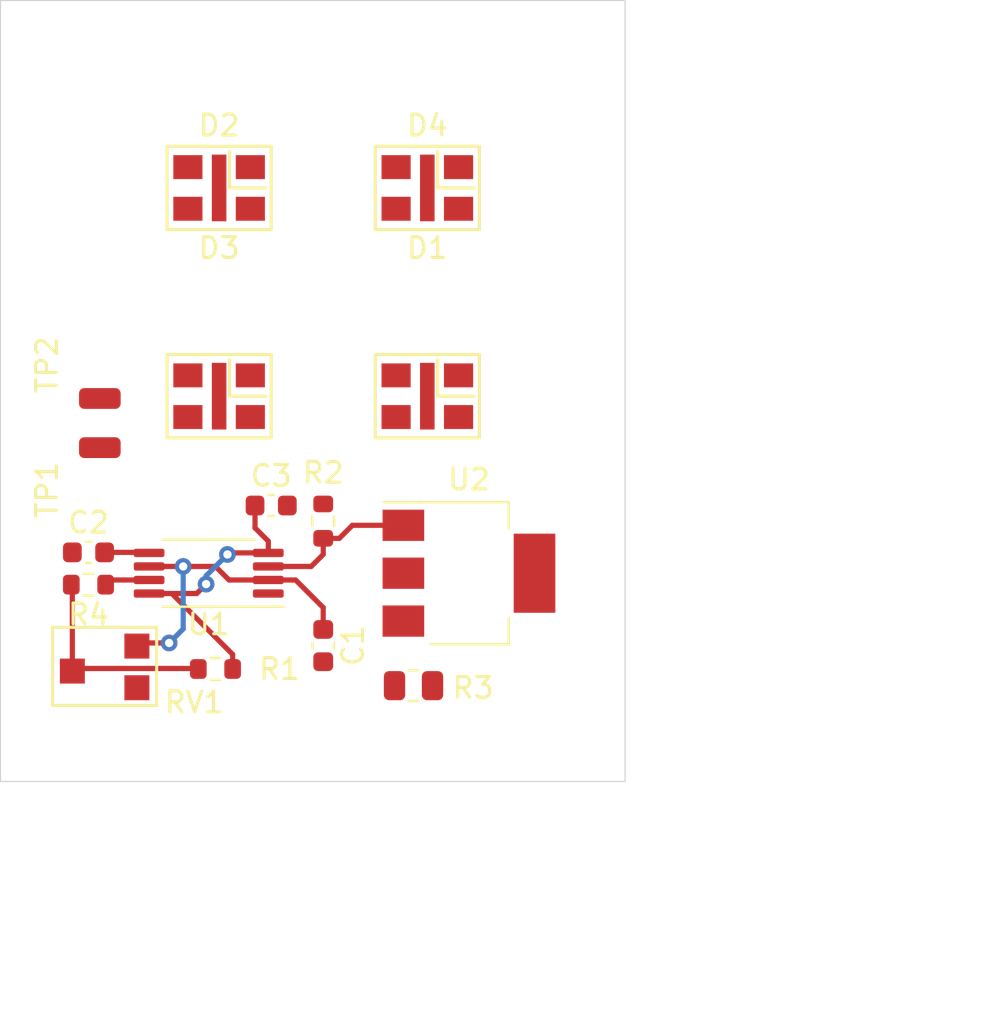
<source format=kicad_pcb>
(kicad_pcb (version 20171130) (host pcbnew 5.1.8+dfsg1-1~bpo10+1)

  (general
    (thickness 1.6)
    (drawings 6)
    (tracks 45)
    (zones 0)
    (modules 16)
    (nets 19)
  )

  (page A4)
  (layers
    (0 F.Cu signal)
    (31 B.Cu signal)
    (32 B.Adhes user)
    (33 F.Adhes user)
    (34 B.Paste user)
    (35 F.Paste user)
    (36 B.SilkS user)
    (37 F.SilkS user)
    (38 B.Mask user)
    (39 F.Mask user)
    (40 Dwgs.User user)
    (41 Cmts.User user)
    (42 Eco1.User user)
    (43 Eco2.User user)
    (44 Edge.Cuts user)
    (45 Margin user)
    (46 B.CrtYd user)
    (47 F.CrtYd user)
    (48 B.Fab user)
    (49 F.Fab user hide)
  )

  (setup
    (last_trace_width 0.25)
    (trace_clearance 0.2)
    (zone_clearance 0.508)
    (zone_45_only no)
    (trace_min 0.2)
    (via_size 0.8)
    (via_drill 0.4)
    (via_min_size 0.4)
    (via_min_drill 0.3)
    (uvia_size 0.3)
    (uvia_drill 0.1)
    (uvias_allowed no)
    (uvia_min_size 0.2)
    (uvia_min_drill 0.1)
    (edge_width 0.05)
    (segment_width 0.2)
    (pcb_text_width 0.3)
    (pcb_text_size 1.5 1.5)
    (mod_edge_width 0.12)
    (mod_text_size 1 1)
    (mod_text_width 0.15)
    (pad_size 1.524 1.524)
    (pad_drill 0.762)
    (pad_to_mask_clearance 0)
    (aux_axis_origin 0 0)
    (visible_elements FFFFFF7F)
    (pcbplotparams
      (layerselection 0x010fc_ffffffff)
      (usegerberextensions false)
      (usegerberattributes true)
      (usegerberadvancedattributes true)
      (creategerberjobfile true)
      (excludeedgelayer true)
      (linewidth 0.100000)
      (plotframeref false)
      (viasonmask false)
      (mode 1)
      (useauxorigin false)
      (hpglpennumber 1)
      (hpglpenspeed 20)
      (hpglpendiameter 15.000000)
      (psnegative false)
      (psa4output false)
      (plotreference true)
      (plotvalue true)
      (plotinvisibletext false)
      (padsonsilk false)
      (subtractmaskfromsilk false)
      (outputformat 1)
      (mirror false)
      (drillshape 1)
      (scaleselection 1)
      (outputdirectory ""))
  )

  (net 0 "")
  (net 1 GND)
  (net 2 "Net-(C1-Pad1)")
  (net 3 "Net-(C2-Pad2)")
  (net 4 VCC)
  (net 5 IOUT)
  (net 6 "Net-(D1-Pad4)")
  (net 7 "Net-(D1-Pad3)")
  (net 8 "Net-(D2-Pad4)")
  (net 9 "Net-(D2-Pad3)")
  (net 10 "Net-(D3-Pad4)")
  (net 11 "Net-(D3-Pad3)")
  (net 12 "Net-(D4-Pad4)")
  (net 13 "Net-(D4-Pad3)")
  (net 14 "Net-(R1-Pad2)")
  (net 15 OUT)
  (net 16 "Net-(R3-Pad2)")
  (net 17 "Net-(RV1-Pad1)")
  (net 18 "Net-(R4-Pad1)")

  (net_class Default "This is the default net class."
    (clearance 0.2)
    (trace_width 0.25)
    (via_dia 0.8)
    (via_drill 0.4)
    (uvia_dia 0.3)
    (uvia_drill 0.1)
    (add_net GND)
    (add_net IOUT)
    (add_net "Net-(C1-Pad1)")
    (add_net "Net-(C2-Pad2)")
    (add_net "Net-(D1-Pad3)")
    (add_net "Net-(D1-Pad4)")
    (add_net "Net-(D2-Pad3)")
    (add_net "Net-(D2-Pad4)")
    (add_net "Net-(D3-Pad3)")
    (add_net "Net-(D3-Pad4)")
    (add_net "Net-(D4-Pad3)")
    (add_net "Net-(D4-Pad4)")
    (add_net "Net-(R1-Pad2)")
    (add_net "Net-(R3-Pad2)")
    (add_net "Net-(R4-Pad1)")
    (add_net "Net-(RV1-Pad1)")
    (add_net OUT)
    (add_net VCC)
  )

  (module Connector_Wire:SolderWirePad_1x01_SMD_1x2mm (layer F.Cu) (tedit 5DD6EB27) (tstamp 5FCE9F0D)
    (at 132.270001 61.609999 90)
    (descr "Wire Pad, Square, SMD Pad,  5mm x 10mm,")
    (tags "MesurementPoint Square SMDPad 5mmx10mm ")
    (path /5FD751E9)
    (attr virtual)
    (fp_text reference TP2 (at 1.609999 -2.54 90) (layer F.SilkS)
      (effects (font (size 1 1) (thickness 0.15)))
    )
    (fp_text value TestPoint (at 0 2.54 90) (layer F.Fab)
      (effects (font (size 1 1) (thickness 0.15)))
    )
    (fp_line (start -0.63 1.27) (end -0.63 -1.27) (layer F.Fab) (width 0.1))
    (fp_line (start 0.63 1.27) (end -0.63 1.27) (layer F.Fab) (width 0.1))
    (fp_line (start 0.63 -1.27) (end 0.63 1.27) (layer F.Fab) (width 0.1))
    (fp_line (start -0.63 -1.27) (end 0.63 -1.27) (layer F.Fab) (width 0.1))
    (fp_line (start -0.63 -1.27) (end -0.63 1.27) (layer F.CrtYd) (width 0.05))
    (fp_line (start -0.63 1.27) (end 0.63 1.27) (layer F.CrtYd) (width 0.05))
    (fp_line (start 0.63 1.27) (end 0.63 -1.27) (layer F.CrtYd) (width 0.05))
    (fp_line (start 0.63 -1.27) (end -0.63 -1.27) (layer F.CrtYd) (width 0.05))
    (fp_text user %R (at 0 0 90) (layer F.Fab)
      (effects (font (size 1 1) (thickness 0.15)))
    )
    (pad 1 smd roundrect (at 0 0 90) (size 1 2) (layers F.Cu F.Paste F.Mask) (roundrect_rratio 0.25)
      (net 1 GND))
  )

  (module Connector_Wire:SolderWirePad_1x01_SMD_1x2mm (layer F.Cu) (tedit 5DD6EB27) (tstamp 5FCE9863)
    (at 132.270001 63.969999 90)
    (descr "Wire Pad, Square, SMD Pad,  5mm x 10mm,")
    (tags "MesurementPoint Square SMDPad 5mmx10mm ")
    (path /5FD761DC)
    (attr virtual)
    (fp_text reference TP1 (at -2.030001 -2.54 90) (layer F.SilkS)
      (effects (font (size 1 1) (thickness 0.15)))
    )
    (fp_text value TestPoint (at 0 2.54 90) (layer F.Fab)
      (effects (font (size 1 1) (thickness 0.15)))
    )
    (fp_line (start -0.63 1.27) (end -0.63 -1.27) (layer F.Fab) (width 0.1))
    (fp_line (start 0.63 1.27) (end -0.63 1.27) (layer F.Fab) (width 0.1))
    (fp_line (start 0.63 -1.27) (end 0.63 1.27) (layer F.Fab) (width 0.1))
    (fp_line (start -0.63 -1.27) (end 0.63 -1.27) (layer F.Fab) (width 0.1))
    (fp_line (start -0.63 -1.27) (end -0.63 1.27) (layer F.CrtYd) (width 0.05))
    (fp_line (start -0.63 1.27) (end 0.63 1.27) (layer F.CrtYd) (width 0.05))
    (fp_line (start 0.63 1.27) (end 0.63 -1.27) (layer F.CrtYd) (width 0.05))
    (fp_line (start 0.63 -1.27) (end -0.63 -1.27) (layer F.CrtYd) (width 0.05))
    (fp_text user %R (at 0 0 90) (layer F.Fab)
      (effects (font (size 1 1) (thickness 0.15)))
    )
    (pad 1 smd roundrect (at 0 0 90) (size 1 2) (layers F.Cu F.Paste F.Mask) (roundrect_rratio 0.25)
      (net 4 VCC))
  )

  (module Resistor_SMD:R_0603_1608Metric (layer F.Cu) (tedit 5F68FEEE) (tstamp 5FCE85CB)
    (at 131.725 70.55 180)
    (descr "Resistor SMD 0603 (1608 Metric), square (rectangular) end terminal, IPC_7351 nominal, (Body size source: IPC-SM-782 page 72, https://www.pcb-3d.com/wordpress/wp-content/uploads/ipc-sm-782a_amendment_1_and_2.pdf), generated with kicad-footprint-generator")
    (tags resistor)
    (path /5FD6AC19)
    (attr smd)
    (fp_text reference R4 (at 0 -1.43) (layer F.SilkS)
      (effects (font (size 1 1) (thickness 0.15)))
    )
    (fp_text value R_Small (at 0 1.43) (layer F.Fab)
      (effects (font (size 1 1) (thickness 0.15)))
    )
    (fp_line (start 1.48 0.73) (end -1.48 0.73) (layer F.CrtYd) (width 0.05))
    (fp_line (start 1.48 -0.73) (end 1.48 0.73) (layer F.CrtYd) (width 0.05))
    (fp_line (start -1.48 -0.73) (end 1.48 -0.73) (layer F.CrtYd) (width 0.05))
    (fp_line (start -1.48 0.73) (end -1.48 -0.73) (layer F.CrtYd) (width 0.05))
    (fp_line (start -0.237258 0.5225) (end 0.237258 0.5225) (layer F.SilkS) (width 0.12))
    (fp_line (start -0.237258 -0.5225) (end 0.237258 -0.5225) (layer F.SilkS) (width 0.12))
    (fp_line (start 0.8 0.4125) (end -0.8 0.4125) (layer F.Fab) (width 0.1))
    (fp_line (start 0.8 -0.4125) (end 0.8 0.4125) (layer F.Fab) (width 0.1))
    (fp_line (start -0.8 -0.4125) (end 0.8 -0.4125) (layer F.Fab) (width 0.1))
    (fp_line (start -0.8 0.4125) (end -0.8 -0.4125) (layer F.Fab) (width 0.1))
    (fp_text user %R (at 0 0) (layer F.Fab)
      (effects (font (size 0.4 0.4) (thickness 0.06)))
    )
    (pad 2 smd roundrect (at 0.825 0 180) (size 0.8 0.95) (layers F.Cu F.Paste F.Mask) (roundrect_rratio 0.25)
      (net 14 "Net-(R1-Pad2)"))
    (pad 1 smd roundrect (at -0.825 0 180) (size 0.8 0.95) (layers F.Cu F.Paste F.Mask) (roundrect_rratio 0.25)
      (net 18 "Net-(R4-Pad1)"))
    (model ${KISYS3DMOD}/Resistor_SMD.3dshapes/R_0603_1608Metric.wrl
      (at (xyz 0 0 0))
      (scale (xyz 1 1 1))
      (rotate (xyz 0 0 0))
    )
  )

  (module brakeleds:potentiometer (layer F.Cu) (tedit 5FCDEC0A) (tstamp 5FCE7743)
    (at 132.75 74.6 180)
    (path /5FCE418E)
    (fp_text reference RV1 (at -4.05 -1.6) (layer F.SilkS)
      (effects (font (size 1 1) (thickness 0.15)))
    )
    (fp_text value R_POT (at 0 -8.5) (layer F.Fab)
      (effects (font (size 1 1) (thickness 0.15)))
    )
    (fp_line (start 2.75 -1.75) (end -2.25 -1.75) (layer F.SilkS) (width 0.15))
    (fp_line (start 2.75 2) (end 2.75 -1.75) (layer F.SilkS) (width 0.15))
    (fp_line (start -2.25 2) (end 2.75 2) (layer F.SilkS) (width 0.15))
    (fp_line (start -2.25 -1.75) (end -2.25 2) (layer F.SilkS) (width 0.15))
    (pad 3 smd rect (at -1.3 1.1 270) (size 1.2 1.2) (layers F.Cu F.Paste F.Mask)
      (net 2 "Net-(C1-Pad1)"))
    (pad 2 smd rect (at 1.8 -0.1 270) (size 1.2 1.2) (layers F.Cu F.Paste F.Mask)
      (net 14 "Net-(R1-Pad2)"))
    (pad 1 smd rect (at -1.3 -0.9 270) (size 1.2 1.2) (layers F.Cu F.Paste F.Mask)
      (net 17 "Net-(RV1-Pad1)"))
  )

  (module Package_TO_SOT_SMD:SOT-223 (layer F.Cu) (tedit 5A02FF57) (tstamp 5FCE6F56)
    (at 150 70)
    (descr "module CMS SOT223 4 pins")
    (tags "CMS SOT")
    (path /5FCF6D99)
    (attr smd)
    (fp_text reference U2 (at 0 -4.5) (layer F.SilkS)
      (effects (font (size 1 1) (thickness 0.15)))
    )
    (fp_text value NCR320Z (at 0 4.5) (layer F.Fab)
      (effects (font (size 1 1) (thickness 0.15)))
    )
    (fp_line (start 1.85 -3.35) (end 1.85 3.35) (layer F.Fab) (width 0.1))
    (fp_line (start -1.85 3.35) (end 1.85 3.35) (layer F.Fab) (width 0.1))
    (fp_line (start -4.1 -3.41) (end 1.91 -3.41) (layer F.SilkS) (width 0.12))
    (fp_line (start -0.8 -3.35) (end 1.85 -3.35) (layer F.Fab) (width 0.1))
    (fp_line (start -1.85 3.41) (end 1.91 3.41) (layer F.SilkS) (width 0.12))
    (fp_line (start -1.85 -2.3) (end -1.85 3.35) (layer F.Fab) (width 0.1))
    (fp_line (start -4.4 -3.6) (end -4.4 3.6) (layer F.CrtYd) (width 0.05))
    (fp_line (start -4.4 3.6) (end 4.4 3.6) (layer F.CrtYd) (width 0.05))
    (fp_line (start 4.4 3.6) (end 4.4 -3.6) (layer F.CrtYd) (width 0.05))
    (fp_line (start 4.4 -3.6) (end -4.4 -3.6) (layer F.CrtYd) (width 0.05))
    (fp_line (start 1.91 -3.41) (end 1.91 -2.15) (layer F.SilkS) (width 0.12))
    (fp_line (start 1.91 3.41) (end 1.91 2.15) (layer F.SilkS) (width 0.12))
    (fp_line (start -1.85 -2.3) (end -0.8 -3.35) (layer F.Fab) (width 0.1))
    (fp_text user %R (at 0 0 90) (layer F.Fab)
      (effects (font (size 0.8 0.8) (thickness 0.12)))
    )
    (pad 1 smd rect (at -3.15 -2.3) (size 2 1.5) (layers F.Cu F.Paste F.Mask)
      (net 15 OUT))
    (pad 3 smd rect (at -3.15 2.3) (size 2 1.5) (layers F.Cu F.Paste F.Mask)
      (net 1 GND))
    (pad 2 smd rect (at -3.15 0) (size 2 1.5) (layers F.Cu F.Paste F.Mask)
      (net 16 "Net-(R3-Pad2)"))
    (pad 4 smd rect (at 3.15 0) (size 2 3.8) (layers F.Cu F.Paste F.Mask)
      (net 5 IOUT))
    (model ${KISYS3DMOD}/Package_TO_SOT_SMD.3dshapes/SOT-223.wrl
      (at (xyz 0 0 0))
      (scale (xyz 1 1 1))
      (rotate (xyz 0 0 0))
    )
  )

  (module Package_SO:TSSOP-8_4.4x3mm_P0.65mm (layer F.Cu) (tedit 5E476F32) (tstamp 5FCE7D04)
    (at 137.5 70 180)
    (descr "TSSOP, 8 Pin (JEDEC MO-153 Var AA https://www.jedec.org/document_search?search_api_views_fulltext=MO-153), generated with kicad-footprint-generator ipc_gullwing_generator.py")
    (tags "TSSOP SO")
    (path /5FCDF9E9)
    (attr smd)
    (fp_text reference U1 (at 0 -2.45) (layer F.SilkS)
      (effects (font (size 1 1) (thickness 0.15)))
    )
    (fp_text value 555 (at 0 2.45) (layer F.Fab)
      (effects (font (size 1 1) (thickness 0.15)))
    )
    (fp_line (start 3.85 -1.75) (end -3.85 -1.75) (layer F.CrtYd) (width 0.05))
    (fp_line (start 3.85 1.75) (end 3.85 -1.75) (layer F.CrtYd) (width 0.05))
    (fp_line (start -3.85 1.75) (end 3.85 1.75) (layer F.CrtYd) (width 0.05))
    (fp_line (start -3.85 -1.75) (end -3.85 1.75) (layer F.CrtYd) (width 0.05))
    (fp_line (start -2.2 -0.75) (end -1.45 -1.5) (layer F.Fab) (width 0.1))
    (fp_line (start -2.2 1.5) (end -2.2 -0.75) (layer F.Fab) (width 0.1))
    (fp_line (start 2.2 1.5) (end -2.2 1.5) (layer F.Fab) (width 0.1))
    (fp_line (start 2.2 -1.5) (end 2.2 1.5) (layer F.Fab) (width 0.1))
    (fp_line (start -1.45 -1.5) (end 2.2 -1.5) (layer F.Fab) (width 0.1))
    (fp_line (start 0 -1.61) (end -3.6 -1.61) (layer F.SilkS) (width 0.12))
    (fp_line (start 0 -1.61) (end 2.2 -1.61) (layer F.SilkS) (width 0.12))
    (fp_line (start 0 1.61) (end -2.2 1.61) (layer F.SilkS) (width 0.12))
    (fp_line (start 0 1.61) (end 2.2 1.61) (layer F.SilkS) (width 0.12))
    (fp_text user %R (at 0 0) (layer F.Fab)
      (effects (font (size 1 1) (thickness 0.15)))
    )
    (pad 8 smd roundrect (at 2.8625 -0.975 180) (size 1.475 0.4) (layers F.Cu F.Paste F.Mask) (roundrect_rratio 0.25)
      (net 4 VCC))
    (pad 7 smd roundrect (at 2.8625 -0.325 180) (size 1.475 0.4) (layers F.Cu F.Paste F.Mask) (roundrect_rratio 0.25)
      (net 18 "Net-(R4-Pad1)"))
    (pad 6 smd roundrect (at 2.8625 0.325 180) (size 1.475 0.4) (layers F.Cu F.Paste F.Mask) (roundrect_rratio 0.25)
      (net 2 "Net-(C1-Pad1)"))
    (pad 5 smd roundrect (at 2.8625 0.975 180) (size 1.475 0.4) (layers F.Cu F.Paste F.Mask) (roundrect_rratio 0.25)
      (net 3 "Net-(C2-Pad2)"))
    (pad 4 smd roundrect (at -2.8625 0.975 180) (size 1.475 0.4) (layers F.Cu F.Paste F.Mask) (roundrect_rratio 0.25)
      (net 4 VCC))
    (pad 3 smd roundrect (at -2.8625 0.325 180) (size 1.475 0.4) (layers F.Cu F.Paste F.Mask) (roundrect_rratio 0.25)
      (net 15 OUT))
    (pad 2 smd roundrect (at -2.8625 -0.325 180) (size 1.475 0.4) (layers F.Cu F.Paste F.Mask) (roundrect_rratio 0.25)
      (net 2 "Net-(C1-Pad1)"))
    (pad 1 smd roundrect (at -2.8625 -0.975 180) (size 1.475 0.4) (layers F.Cu F.Paste F.Mask) (roundrect_rratio 0.25)
      (net 1 GND))
    (model ${KISYS3DMOD}/Package_SO.3dshapes/TSSOP-8_4.4x3mm_P0.65mm.wrl
      (at (xyz 0 0 0))
      (scale (xyz 1 1 1))
      (rotate (xyz 0 0 0))
    )
  )

  (module Resistor_SMD:R_0805_2012Metric (layer F.Cu) (tedit 5F68FEEE) (tstamp 5FCE6F26)
    (at 147.3375 75.4)
    (descr "Resistor SMD 0805 (2012 Metric), square (rectangular) end terminal, IPC_7351 nominal, (Body size source: IPC-SM-782 page 72, https://www.pcb-3d.com/wordpress/wp-content/uploads/ipc-sm-782a_amendment_1_and_2.pdf), generated with kicad-footprint-generator")
    (tags resistor)
    (path /5FCFADD9)
    (attr smd)
    (fp_text reference R3 (at 2.8625 0.1) (layer F.SilkS)
      (effects (font (size 1 1) (thickness 0.15)))
    )
    (fp_text value R_Sense (at 0 1.65) (layer F.Fab)
      (effects (font (size 1 1) (thickness 0.15)))
    )
    (fp_line (start 1.68 0.95) (end -1.68 0.95) (layer F.CrtYd) (width 0.05))
    (fp_line (start 1.68 -0.95) (end 1.68 0.95) (layer F.CrtYd) (width 0.05))
    (fp_line (start -1.68 -0.95) (end 1.68 -0.95) (layer F.CrtYd) (width 0.05))
    (fp_line (start -1.68 0.95) (end -1.68 -0.95) (layer F.CrtYd) (width 0.05))
    (fp_line (start -0.227064 0.735) (end 0.227064 0.735) (layer F.SilkS) (width 0.12))
    (fp_line (start -0.227064 -0.735) (end 0.227064 -0.735) (layer F.SilkS) (width 0.12))
    (fp_line (start 1 0.625) (end -1 0.625) (layer F.Fab) (width 0.1))
    (fp_line (start 1 -0.625) (end 1 0.625) (layer F.Fab) (width 0.1))
    (fp_line (start -1 -0.625) (end 1 -0.625) (layer F.Fab) (width 0.1))
    (fp_line (start -1 0.625) (end -1 -0.625) (layer F.Fab) (width 0.1))
    (fp_text user %R (at 0 0) (layer F.Fab)
      (effects (font (size 0.5 0.5) (thickness 0.08)))
    )
    (pad 2 smd roundrect (at 0.9125 0) (size 1.025 1.4) (layers F.Cu F.Paste F.Mask) (roundrect_rratio 0.243902)
      (net 16 "Net-(R3-Pad2)"))
    (pad 1 smd roundrect (at -0.9125 0) (size 1.025 1.4) (layers F.Cu F.Paste F.Mask) (roundrect_rratio 0.243902)
      (net 1 GND))
    (model ${KISYS3DMOD}/Resistor_SMD.3dshapes/R_0805_2012Metric.wrl
      (at (xyz 0 0 0))
      (scale (xyz 1 1 1))
      (rotate (xyz 0 0 0))
    )
  )

  (module Resistor_SMD:R_0603_1608Metric (layer F.Cu) (tedit 5F68FEEE) (tstamp 5FCE6F15)
    (at 143 67.5 90)
    (descr "Resistor SMD 0603 (1608 Metric), square (rectangular) end terminal, IPC_7351 nominal, (Body size source: IPC-SM-782 page 72, https://www.pcb-3d.com/wordpress/wp-content/uploads/ipc-sm-782a_amendment_1_and_2.pdf), generated with kicad-footprint-generator")
    (tags resistor)
    (path /5FCEE9F0)
    (attr smd)
    (fp_text reference R2 (at 2.325 0 180) (layer F.SilkS)
      (effects (font (size 1 1) (thickness 0.15)))
    )
    (fp_text value R_Small (at 0 1.43 90) (layer F.Fab)
      (effects (font (size 1 1) (thickness 0.15)))
    )
    (fp_line (start 1.48 0.73) (end -1.48 0.73) (layer F.CrtYd) (width 0.05))
    (fp_line (start 1.48 -0.73) (end 1.48 0.73) (layer F.CrtYd) (width 0.05))
    (fp_line (start -1.48 -0.73) (end 1.48 -0.73) (layer F.CrtYd) (width 0.05))
    (fp_line (start -1.48 0.73) (end -1.48 -0.73) (layer F.CrtYd) (width 0.05))
    (fp_line (start -0.237258 0.5225) (end 0.237258 0.5225) (layer F.SilkS) (width 0.12))
    (fp_line (start -0.237258 -0.5225) (end 0.237258 -0.5225) (layer F.SilkS) (width 0.12))
    (fp_line (start 0.8 0.4125) (end -0.8 0.4125) (layer F.Fab) (width 0.1))
    (fp_line (start 0.8 -0.4125) (end 0.8 0.4125) (layer F.Fab) (width 0.1))
    (fp_line (start -0.8 -0.4125) (end 0.8 -0.4125) (layer F.Fab) (width 0.1))
    (fp_line (start -0.8 0.4125) (end -0.8 -0.4125) (layer F.Fab) (width 0.1))
    (fp_text user %R (at 0 0 90) (layer F.Fab)
      (effects (font (size 0.4 0.4) (thickness 0.06)))
    )
    (pad 2 smd roundrect (at 0.825 0 90) (size 0.8 0.95) (layers F.Cu F.Paste F.Mask) (roundrect_rratio 0.25)
      (net 1 GND))
    (pad 1 smd roundrect (at -0.825 0 90) (size 0.8 0.95) (layers F.Cu F.Paste F.Mask) (roundrect_rratio 0.25)
      (net 15 OUT))
    (model ${KISYS3DMOD}/Resistor_SMD.3dshapes/R_0603_1608Metric.wrl
      (at (xyz 0 0 0))
      (scale (xyz 1 1 1))
      (rotate (xyz 0 0 0))
    )
  )

  (module Resistor_SMD:R_0603_1608Metric (layer F.Cu) (tedit 5F68FEEE) (tstamp 5FCE90D0)
    (at 137.825 74.6 180)
    (descr "Resistor SMD 0603 (1608 Metric), square (rectangular) end terminal, IPC_7351 nominal, (Body size source: IPC-SM-782 page 72, https://www.pcb-3d.com/wordpress/wp-content/uploads/ipc-sm-782a_amendment_1_and_2.pdf), generated with kicad-footprint-generator")
    (tags resistor)
    (path /5FFFB846)
    (attr smd)
    (fp_text reference R1 (at -3.075 0) (layer F.SilkS)
      (effects (font (size 1 1) (thickness 0.15)))
    )
    (fp_text value R_Small (at 0 1.43) (layer F.Fab)
      (effects (font (size 1 1) (thickness 0.15)))
    )
    (fp_line (start 1.48 0.73) (end -1.48 0.73) (layer F.CrtYd) (width 0.05))
    (fp_line (start 1.48 -0.73) (end 1.48 0.73) (layer F.CrtYd) (width 0.05))
    (fp_line (start -1.48 -0.73) (end 1.48 -0.73) (layer F.CrtYd) (width 0.05))
    (fp_line (start -1.48 0.73) (end -1.48 -0.73) (layer F.CrtYd) (width 0.05))
    (fp_line (start -0.237258 0.5225) (end 0.237258 0.5225) (layer F.SilkS) (width 0.12))
    (fp_line (start -0.237258 -0.5225) (end 0.237258 -0.5225) (layer F.SilkS) (width 0.12))
    (fp_line (start 0.8 0.4125) (end -0.8 0.4125) (layer F.Fab) (width 0.1))
    (fp_line (start 0.8 -0.4125) (end 0.8 0.4125) (layer F.Fab) (width 0.1))
    (fp_line (start -0.8 -0.4125) (end 0.8 -0.4125) (layer F.Fab) (width 0.1))
    (fp_line (start -0.8 0.4125) (end -0.8 -0.4125) (layer F.Fab) (width 0.1))
    (fp_text user %R (at 0 0) (layer F.Fab)
      (effects (font (size 0.4 0.4) (thickness 0.06)))
    )
    (pad 2 smd roundrect (at 0.825 0 180) (size 0.8 0.95) (layers F.Cu F.Paste F.Mask) (roundrect_rratio 0.25)
      (net 14 "Net-(R1-Pad2)"))
    (pad 1 smd roundrect (at -0.825 0 180) (size 0.8 0.95) (layers F.Cu F.Paste F.Mask) (roundrect_rratio 0.25)
      (net 4 VCC))
    (model ${KISYS3DMOD}/Resistor_SMD.3dshapes/R_0603_1608Metric.wrl
      (at (xyz 0 0 0))
      (scale (xyz 1 1 1))
      (rotate (xyz 0 0 0))
    )
  )

  (module brakeleds:PLCC-4 (layer F.Cu) (tedit 5FCDE6BE) (tstamp 5FCE6EF3)
    (at 148 51.5)
    (path /5FD09184)
    (fp_text reference D4 (at 0 -3) (layer F.SilkS)
      (effects (font (size 1 1) (thickness 0.15)))
    )
    (fp_text value MLE (at 0 -8.12) (layer F.Fab)
      (effects (font (size 1 1) (thickness 0.15)))
    )
    (fp_line (start 0.5 -1.5) (end 0.5 -1.75) (layer F.SilkS) (width 0.15))
    (fp_line (start 0.5 0) (end 0.5 -1.5) (layer F.SilkS) (width 0.15))
    (fp_line (start 1 0) (end 0.5 0) (layer F.SilkS) (width 0.15))
    (fp_line (start 0.75 0) (end 2.25 0) (layer F.SilkS) (width 0.15))
    (fp_line (start -2.5 -2) (end 2.5 -2) (layer F.Fab) (width 0.12))
    (fp_line (start -2.5 2) (end -2.5 -2) (layer F.SilkS) (width 0.15))
    (fp_line (start 2.5 2) (end -2.5 2) (layer F.SilkS) (width 0.15))
    (fp_line (start 2.5 -2) (end 2.5 2) (layer F.SilkS) (width 0.15))
    (fp_line (start -2.5 -2) (end 2.5 -2) (layer F.SilkS) (width 0.15))
    (pad 2 smd rect (at 1.5 1) (size 1.4 1.15) (layers F.Cu F.Paste F.Mask)
      (net 10 "Net-(D3-Pad4)"))
    (pad 1 smd rect (at 1.5 -1) (size 1.4 1.15) (layers F.Cu F.Paste F.Mask)
      (net 11 "Net-(D3-Pad3)"))
    (pad 4 smd rect (at -1.5 -1) (size 1.4 1.15) (layers F.Cu F.Paste F.Mask)
      (net 12 "Net-(D4-Pad4)"))
    (pad 3 smd rect (at -1.5 1) (size 1.4 1.15) (layers F.Cu F.Paste F.Mask)
      (net 13 "Net-(D4-Pad3)"))
    (pad 5 smd rect (at 0 0) (size 0.7 3.2) (layers F.Cu F.Paste F.Mask)
      (net 1 GND))
  )

  (module brakeleds:PLCC-4 (layer F.Cu) (tedit 5FCDE6BE) (tstamp 5FCE6EE1)
    (at 138 61.5)
    (path /5FD08907)
    (fp_text reference D3 (at 0 -7.12) (layer F.SilkS)
      (effects (font (size 1 1) (thickness 0.15)))
    )
    (fp_text value MLE (at 0 -8.12) (layer F.Fab)
      (effects (font (size 1 1) (thickness 0.15)))
    )
    (fp_line (start 0.5 -1.5) (end 0.5 -1.75) (layer F.SilkS) (width 0.15))
    (fp_line (start 0.5 0) (end 0.5 -1.5) (layer F.SilkS) (width 0.15))
    (fp_line (start 1 0) (end 0.5 0) (layer F.SilkS) (width 0.15))
    (fp_line (start 0.75 0) (end 2.25 0) (layer F.SilkS) (width 0.15))
    (fp_line (start -2.5 -2) (end 2.5 -2) (layer F.Fab) (width 0.12))
    (fp_line (start -2.5 2) (end -2.5 -2) (layer F.SilkS) (width 0.15))
    (fp_line (start 2.5 2) (end -2.5 2) (layer F.SilkS) (width 0.15))
    (fp_line (start 2.5 -2) (end 2.5 2) (layer F.SilkS) (width 0.15))
    (fp_line (start -2.5 -2) (end 2.5 -2) (layer F.SilkS) (width 0.15))
    (pad 2 smd rect (at 1.5 1) (size 1.4 1.15) (layers F.Cu F.Paste F.Mask)
      (net 8 "Net-(D2-Pad4)"))
    (pad 1 smd rect (at 1.5 -1) (size 1.4 1.15) (layers F.Cu F.Paste F.Mask)
      (net 9 "Net-(D2-Pad3)"))
    (pad 4 smd rect (at -1.5 -1) (size 1.4 1.15) (layers F.Cu F.Paste F.Mask)
      (net 10 "Net-(D3-Pad4)"))
    (pad 3 smd rect (at -1.5 1) (size 1.4 1.15) (layers F.Cu F.Paste F.Mask)
      (net 11 "Net-(D3-Pad3)"))
    (pad 5 smd rect (at 0 0) (size 0.7 3.2) (layers F.Cu F.Paste F.Mask)
      (net 1 GND))
  )

  (module brakeleds:PLCC-4 (layer F.Cu) (tedit 5FCDE6BE) (tstamp 5FCE6ECF)
    (at 138 51.5)
    (path /5FD06B19)
    (fp_text reference D2 (at 0 -3) (layer F.SilkS)
      (effects (font (size 1 1) (thickness 0.15)))
    )
    (fp_text value MLE (at 0 -8.12) (layer F.Fab)
      (effects (font (size 1 1) (thickness 0.15)))
    )
    (fp_line (start 0.5 -1.5) (end 0.5 -1.75) (layer F.SilkS) (width 0.15))
    (fp_line (start 0.5 0) (end 0.5 -1.5) (layer F.SilkS) (width 0.15))
    (fp_line (start 1 0) (end 0.5 0) (layer F.SilkS) (width 0.15))
    (fp_line (start 0.75 0) (end 2.25 0) (layer F.SilkS) (width 0.15))
    (fp_line (start -2.5 -2) (end 2.5 -2) (layer F.Fab) (width 0.12))
    (fp_line (start -2.5 2) (end -2.5 -2) (layer F.SilkS) (width 0.15))
    (fp_line (start 2.5 2) (end -2.5 2) (layer F.SilkS) (width 0.15))
    (fp_line (start 2.5 -2) (end 2.5 2) (layer F.SilkS) (width 0.15))
    (fp_line (start -2.5 -2) (end 2.5 -2) (layer F.SilkS) (width 0.15))
    (pad 2 smd rect (at 1.5 1) (size 1.4 1.15) (layers F.Cu F.Paste F.Mask)
      (net 6 "Net-(D1-Pad4)"))
    (pad 1 smd rect (at 1.5 -1) (size 1.4 1.15) (layers F.Cu F.Paste F.Mask)
      (net 7 "Net-(D1-Pad3)"))
    (pad 4 smd rect (at -1.5 -1) (size 1.4 1.15) (layers F.Cu F.Paste F.Mask)
      (net 8 "Net-(D2-Pad4)"))
    (pad 3 smd rect (at -1.5 1) (size 1.4 1.15) (layers F.Cu F.Paste F.Mask)
      (net 9 "Net-(D2-Pad3)"))
    (pad 5 smd rect (at 0 0) (size 0.7 3.2) (layers F.Cu F.Paste F.Mask)
      (net 1 GND))
  )

  (module brakeleds:PLCC-4 (layer F.Cu) (tedit 5FCDE6BE) (tstamp 5FCE6EBD)
    (at 148 61.5)
    (path /5FD24101)
    (fp_text reference D1 (at 0 -7.12) (layer F.SilkS)
      (effects (font (size 1 1) (thickness 0.15)))
    )
    (fp_text value MLE (at 0 -8.12) (layer F.Fab)
      (effects (font (size 1 1) (thickness 0.15)))
    )
    (fp_line (start 0.5 -1.5) (end 0.5 -1.75) (layer F.SilkS) (width 0.15))
    (fp_line (start 0.5 0) (end 0.5 -1.5) (layer F.SilkS) (width 0.15))
    (fp_line (start 1 0) (end 0.5 0) (layer F.SilkS) (width 0.15))
    (fp_line (start 0.75 0) (end 2.25 0) (layer F.SilkS) (width 0.15))
    (fp_line (start -2.5 -2) (end 2.5 -2) (layer F.Fab) (width 0.12))
    (fp_line (start -2.5 2) (end -2.5 -2) (layer F.SilkS) (width 0.15))
    (fp_line (start 2.5 2) (end -2.5 2) (layer F.SilkS) (width 0.15))
    (fp_line (start 2.5 -2) (end 2.5 2) (layer F.SilkS) (width 0.15))
    (fp_line (start -2.5 -2) (end 2.5 -2) (layer F.SilkS) (width 0.15))
    (pad 2 smd rect (at 1.5 1) (size 1.4 1.15) (layers F.Cu F.Paste F.Mask)
      (net 5 IOUT))
    (pad 1 smd rect (at 1.5 -1) (size 1.4 1.15) (layers F.Cu F.Paste F.Mask)
      (net 5 IOUT))
    (pad 4 smd rect (at -1.5 -1) (size 1.4 1.15) (layers F.Cu F.Paste F.Mask)
      (net 6 "Net-(D1-Pad4)"))
    (pad 3 smd rect (at -1.5 1) (size 1.4 1.15) (layers F.Cu F.Paste F.Mask)
      (net 7 "Net-(D1-Pad3)"))
    (pad 5 smd rect (at 0 0) (size 0.7 3.2) (layers F.Cu F.Paste F.Mask)
      (net 1 GND))
  )

  (module Capacitor_SMD:C_0603_1608Metric (layer F.Cu) (tedit 5F68FEEE) (tstamp 5FCE6EAB)
    (at 140.5 66.75)
    (descr "Capacitor SMD 0603 (1608 Metric), square (rectangular) end terminal, IPC_7351 nominal, (Body size source: IPC-SM-782 page 76, https://www.pcb-3d.com/wordpress/wp-content/uploads/ipc-sm-782a_amendment_1_and_2.pdf), generated with kicad-footprint-generator")
    (tags capacitor)
    (path /5FCE6C60)
    (attr smd)
    (fp_text reference C3 (at 0 -1.43) (layer F.SilkS)
      (effects (font (size 1 1) (thickness 0.15)))
    )
    (fp_text value C_Small (at 0 1.43) (layer F.Fab)
      (effects (font (size 1 1) (thickness 0.15)))
    )
    (fp_line (start 1.48 0.73) (end -1.48 0.73) (layer F.CrtYd) (width 0.05))
    (fp_line (start 1.48 -0.73) (end 1.48 0.73) (layer F.CrtYd) (width 0.05))
    (fp_line (start -1.48 -0.73) (end 1.48 -0.73) (layer F.CrtYd) (width 0.05))
    (fp_line (start -1.48 0.73) (end -1.48 -0.73) (layer F.CrtYd) (width 0.05))
    (fp_line (start -0.14058 0.51) (end 0.14058 0.51) (layer F.SilkS) (width 0.12))
    (fp_line (start -0.14058 -0.51) (end 0.14058 -0.51) (layer F.SilkS) (width 0.12))
    (fp_line (start 0.8 0.4) (end -0.8 0.4) (layer F.Fab) (width 0.1))
    (fp_line (start 0.8 -0.4) (end 0.8 0.4) (layer F.Fab) (width 0.1))
    (fp_line (start -0.8 -0.4) (end 0.8 -0.4) (layer F.Fab) (width 0.1))
    (fp_line (start -0.8 0.4) (end -0.8 -0.4) (layer F.Fab) (width 0.1))
    (fp_text user %R (at 0 0) (layer F.Fab)
      (effects (font (size 0.4 0.4) (thickness 0.06)))
    )
    (pad 2 smd roundrect (at 0.775 0) (size 0.9 0.95) (layers F.Cu F.Paste F.Mask) (roundrect_rratio 0.25)
      (net 1 GND))
    (pad 1 smd roundrect (at -0.775 0) (size 0.9 0.95) (layers F.Cu F.Paste F.Mask) (roundrect_rratio 0.25)
      (net 4 VCC))
    (model ${KISYS3DMOD}/Capacitor_SMD.3dshapes/C_0603_1608Metric.wrl
      (at (xyz 0 0 0))
      (scale (xyz 1 1 1))
      (rotate (xyz 0 0 0))
    )
  )

  (module Capacitor_SMD:C_0603_1608Metric (layer F.Cu) (tedit 5F68FEEE) (tstamp 5FCE6E9A)
    (at 131.725 69)
    (descr "Capacitor SMD 0603 (1608 Metric), square (rectangular) end terminal, IPC_7351 nominal, (Body size source: IPC-SM-782 page 76, https://www.pcb-3d.com/wordpress/wp-content/uploads/ipc-sm-782a_amendment_1_and_2.pdf), generated with kicad-footprint-generator")
    (tags capacitor)
    (path /5FFF7ACA)
    (attr smd)
    (fp_text reference C2 (at 0 -1.43) (layer F.SilkS)
      (effects (font (size 1 1) (thickness 0.15)))
    )
    (fp_text value C_Small (at 0 1.43) (layer F.Fab)
      (effects (font (size 1 1) (thickness 0.15)))
    )
    (fp_line (start 1.48 0.73) (end -1.48 0.73) (layer F.CrtYd) (width 0.05))
    (fp_line (start 1.48 -0.73) (end 1.48 0.73) (layer F.CrtYd) (width 0.05))
    (fp_line (start -1.48 -0.73) (end 1.48 -0.73) (layer F.CrtYd) (width 0.05))
    (fp_line (start -1.48 0.73) (end -1.48 -0.73) (layer F.CrtYd) (width 0.05))
    (fp_line (start -0.14058 0.51) (end 0.14058 0.51) (layer F.SilkS) (width 0.12))
    (fp_line (start -0.14058 -0.51) (end 0.14058 -0.51) (layer F.SilkS) (width 0.12))
    (fp_line (start 0.8 0.4) (end -0.8 0.4) (layer F.Fab) (width 0.1))
    (fp_line (start 0.8 -0.4) (end 0.8 0.4) (layer F.Fab) (width 0.1))
    (fp_line (start -0.8 -0.4) (end 0.8 -0.4) (layer F.Fab) (width 0.1))
    (fp_line (start -0.8 0.4) (end -0.8 -0.4) (layer F.Fab) (width 0.1))
    (fp_text user %R (at 0 0) (layer F.Fab)
      (effects (font (size 0.4 0.4) (thickness 0.06)))
    )
    (pad 2 smd roundrect (at 0.775 0) (size 0.9 0.95) (layers F.Cu F.Paste F.Mask) (roundrect_rratio 0.25)
      (net 3 "Net-(C2-Pad2)"))
    (pad 1 smd roundrect (at -0.775 0) (size 0.9 0.95) (layers F.Cu F.Paste F.Mask) (roundrect_rratio 0.25)
      (net 1 GND))
    (model ${KISYS3DMOD}/Capacitor_SMD.3dshapes/C_0603_1608Metric.wrl
      (at (xyz 0 0 0))
      (scale (xyz 1 1 1))
      (rotate (xyz 0 0 0))
    )
  )

  (module Capacitor_SMD:C_0603_1608Metric (layer F.Cu) (tedit 5F68FEEE) (tstamp 5FCE6E89)
    (at 143 73.475 270)
    (descr "Capacitor SMD 0603 (1608 Metric), square (rectangular) end terminal, IPC_7351 nominal, (Body size source: IPC-SM-782 page 76, https://www.pcb-3d.com/wordpress/wp-content/uploads/ipc-sm-782a_amendment_1_and_2.pdf), generated with kicad-footprint-generator")
    (tags capacitor)
    (path /5FFFA848)
    (attr smd)
    (fp_text reference C1 (at 0 -1.43 90) (layer F.SilkS)
      (effects (font (size 1 1) (thickness 0.15)))
    )
    (fp_text value C_Small (at 0 1.43 90) (layer F.Fab)
      (effects (font (size 1 1) (thickness 0.15)))
    )
    (fp_line (start 1.48 0.73) (end -1.48 0.73) (layer F.CrtYd) (width 0.05))
    (fp_line (start 1.48 -0.73) (end 1.48 0.73) (layer F.CrtYd) (width 0.05))
    (fp_line (start -1.48 -0.73) (end 1.48 -0.73) (layer F.CrtYd) (width 0.05))
    (fp_line (start -1.48 0.73) (end -1.48 -0.73) (layer F.CrtYd) (width 0.05))
    (fp_line (start -0.14058 0.51) (end 0.14058 0.51) (layer F.SilkS) (width 0.12))
    (fp_line (start -0.14058 -0.51) (end 0.14058 -0.51) (layer F.SilkS) (width 0.12))
    (fp_line (start 0.8 0.4) (end -0.8 0.4) (layer F.Fab) (width 0.1))
    (fp_line (start 0.8 -0.4) (end 0.8 0.4) (layer F.Fab) (width 0.1))
    (fp_line (start -0.8 -0.4) (end 0.8 -0.4) (layer F.Fab) (width 0.1))
    (fp_line (start -0.8 0.4) (end -0.8 -0.4) (layer F.Fab) (width 0.1))
    (fp_text user %R (at 0 0 90) (layer F.Fab)
      (effects (font (size 0.4 0.4) (thickness 0.06)))
    )
    (pad 2 smd roundrect (at 0.775 0 270) (size 0.9 0.95) (layers F.Cu F.Paste F.Mask) (roundrect_rratio 0.25)
      (net 1 GND))
    (pad 1 smd roundrect (at -0.775 0 270) (size 0.9 0.95) (layers F.Cu F.Paste F.Mask) (roundrect_rratio 0.25)
      (net 2 "Net-(C1-Pad1)"))
    (model ${KISYS3DMOD}/Capacitor_SMD.3dshapes/C_0603_1608Metric.wrl
      (at (xyz 0 0 0))
      (scale (xyz 1 1 1))
      (rotate (xyz 0 0 0))
    )
  )

  (dimension 27 (width 0.15) (layer Dwgs.User)
    (gr_text "27.000 mm" (at 142.5 92.3) (layer Dwgs.User)
      (effects (font (size 1 1) (thickness 0.15)))
    )
    (feature1 (pts (xy 129 84) (xy 129 91.586421)))
    (feature2 (pts (xy 156 84) (xy 156 91.586421)))
    (crossbar (pts (xy 156 91) (xy 129 91)))
    (arrow1a (pts (xy 129 91) (xy 130.126504 90.413579)))
    (arrow1b (pts (xy 129 91) (xy 130.126504 91.586421)))
    (arrow2a (pts (xy 156 91) (xy 154.873496 90.413579)))
    (arrow2b (pts (xy 156 91) (xy 154.873496 91.586421)))
  )
  (dimension 30 (width 0.15) (layer Dwgs.User)
    (gr_text "30.000 mm" (at 173.3 62 270) (layer Dwgs.User)
      (effects (font (size 1 1) (thickness 0.15)))
    )
    (feature1 (pts (xy 159 77) (xy 172.586421 77)))
    (feature2 (pts (xy 159 47) (xy 172.586421 47)))
    (crossbar (pts (xy 172 47) (xy 172 77)))
    (arrow1a (pts (xy 172 77) (xy 171.413579 75.873496)))
    (arrow1b (pts (xy 172 77) (xy 172.586421 75.873496)))
    (arrow2a (pts (xy 172 47) (xy 171.413579 48.126504)))
    (arrow2b (pts (xy 172 47) (xy 172.586421 48.126504)))
  )
  (gr_line (start 127.5 42.5) (end 127.5 80) (layer Edge.Cuts) (width 0.05) (tstamp 5FCE8D6E))
  (gr_line (start 157.5 42.5) (end 127.5 42.5) (layer Edge.Cuts) (width 0.05))
  (gr_line (start 157.5 80) (end 157.5 42.5) (layer Edge.Cuts) (width 0.05))
  (gr_line (start 127.5 80) (end 157.5 80) (layer Edge.Cuts) (width 0.05))

  (segment (start 143 72.7) (end 143 71.65) (width 0.25) (layer F.Cu) (net 2))
  (segment (start 141.675 70.325) (end 140.3625 70.325) (width 0.25) (layer F.Cu) (net 2))
  (segment (start 143 71.65) (end 141.675 70.325) (width 0.25) (layer F.Cu) (net 2))
  (segment (start 134.6375 69.675) (end 136.275 69.675) (width 0.25) (layer F.Cu) (net 2))
  (segment (start 138.475 70.325) (end 140.3625 70.325) (width 0.25) (layer F.Cu) (net 2))
  (segment (start 137.825 69.675) (end 138.475 70.325) (width 0.25) (layer F.Cu) (net 2))
  (segment (start 136.275 69.675) (end 137.825 69.675) (width 0.25) (layer F.Cu) (net 2) (tstamp 5FCE93BF))
  (via (at 136.275 69.675) (size 0.8) (drill 0.4) (layers F.Cu B.Cu) (net 2))
  (segment (start 136.275 69.675) (end 136.275 72.675) (width 0.25) (layer B.Cu) (net 2))
  (segment (start 136.275 72.675) (end 135.6 73.35) (width 0.25) (layer B.Cu) (net 2))
  (segment (start 135.6 73.35) (end 135.55 73.4) (width 0.25) (layer B.Cu) (net 2) (tstamp 5FCE93D7))
  (via (at 135.6 73.35) (size 0.8) (drill 0.4) (layers F.Cu B.Cu) (net 2))
  (segment (start 134.2 73.35) (end 134.05 73.5) (width 0.25) (layer F.Cu) (net 2))
  (segment (start 135.6 73.35) (end 134.2 73.35) (width 0.25) (layer F.Cu) (net 2))
  (segment (start 134.6125 69) (end 134.6375 69.025) (width 0.25) (layer F.Cu) (net 3))
  (segment (start 132.5 69) (end 134.6125 69) (width 0.25) (layer F.Cu) (net 3))
  (segment (start 138.65 74.6) (end 138.65 73.9) (width 0.25) (layer F.Cu) (net 4))
  (segment (start 135.725 70.975) (end 134.6375 70.975) (width 0.25) (layer F.Cu) (net 4))
  (segment (start 138.65 73.9) (end 135.725 70.975) (width 0.25) (layer F.Cu) (net 4))
  (segment (start 139.725 66.75) (end 139.725 67.825) (width 0.25) (layer F.Cu) (net 4))
  (segment (start 140.3625 68.4625) (end 140.3625 69.025) (width 0.25) (layer F.Cu) (net 4))
  (segment (start 139.725 67.825) (end 140.3625 68.4625) (width 0.25) (layer F.Cu) (net 4))
  (segment (start 135.725 70.975) (end 136.925 70.975) (width 0.25) (layer F.Cu) (net 4))
  (segment (start 136.925 70.975) (end 137.375 70.525) (width 0.25) (layer F.Cu) (net 4))
  (segment (start 137.375 70.525) (end 137.4 70.5) (width 0.25) (layer F.Cu) (net 4) (tstamp 5FCE935E))
  (via (at 137.375 70.525) (size 0.8) (drill 0.4) (layers F.Cu B.Cu) (net 4))
  (segment (start 140.3625 69.025) (end 138.475 69.025) (width 0.25) (layer F.Cu) (net 4))
  (segment (start 138.475 69.025) (end 138.4 69.1) (width 0.25) (layer F.Cu) (net 4))
  (segment (start 138.4 69.1) (end 138.4 69.1) (width 0.25) (layer F.Cu) (net 4) (tstamp 5FCE938C))
  (via (at 138.4 69.1) (size 0.8) (drill 0.4) (layers F.Cu B.Cu) (net 4))
  (segment (start 137.375 70.125) (end 138.4 69.1) (width 0.25) (layer B.Cu) (net 4))
  (segment (start 137.375 70.525) (end 137.375 70.125) (width 0.25) (layer B.Cu) (net 4))
  (segment (start 131.075001 74.574999) (end 136.974999 74.574999) (width 0.25) (layer F.Cu) (net 14))
  (segment (start 136.974999 74.574999) (end 137 74.6) (width 0.25) (layer F.Cu) (net 14))
  (segment (start 130.95 74.7) (end 131.075001 74.574999) (width 0.25) (layer F.Cu) (net 14))
  (segment (start 130.95 70.6) (end 130.9 70.55) (width 0.25) (layer F.Cu) (net 14))
  (segment (start 130.95 74.7) (end 130.95 70.6) (width 0.25) (layer F.Cu) (net 14))
  (segment (start 140.3625 69.675) (end 142.425 69.675) (width 0.25) (layer F.Cu) (net 15))
  (segment (start 143 69.1) (end 143 68.325) (width 0.25) (layer F.Cu) (net 15))
  (segment (start 142.425 69.675) (end 143 69.1) (width 0.25) (layer F.Cu) (net 15))
  (segment (start 146.85 67.7) (end 144.4 67.7) (width 0.25) (layer F.Cu) (net 15))
  (segment (start 143.775 68.325) (end 143 68.325) (width 0.25) (layer F.Cu) (net 15))
  (segment (start 144.4 67.7) (end 143.775 68.325) (width 0.25) (layer F.Cu) (net 15))
  (segment (start 132.775 70.325) (end 134.6375 70.325) (width 0.25) (layer F.Cu) (net 18))
  (segment (start 132.55 70.55) (end 132.775 70.325) (width 0.25) (layer F.Cu) (net 18))

)

</source>
